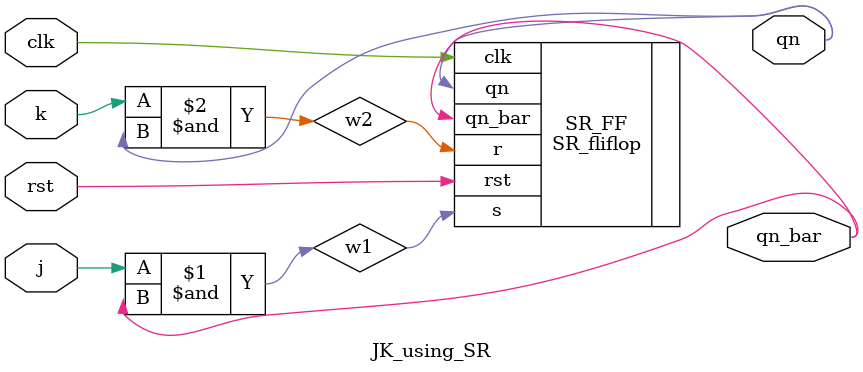
<source format=v>
`timescale 1ns / 1ps


module JK_using_SR(j,k,clk,qn,qn_bar,rst);
input j,k,clk,rst;
output qn,qn_bar;
wire w1,w2;
//always @(posedge clk) begin
assign w1=j & qn_bar;
assign w2=k & qn;
//end
SR_fliflop SR_FF(.s(w1),.r(w2),.clk(clk),.qn(qn),.qn_bar(qn_bar),.rst(rst));
endmodule

</source>
